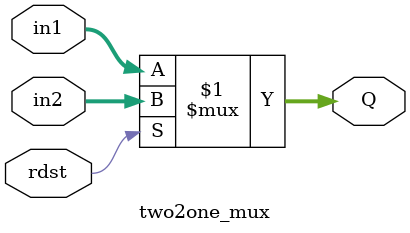
<source format=v>
module two2one_mux(Q, in1, in2, rdst);
	input [4:0] in1, in2;
	input rdst;
	output [4:0] Q;
	
	assign Q = rdst ? in2 : in1;

//	always begin
//	//1 goes immed
//		if (rdst == 1'b1) begin
//			Q <= in2;
//		end
//		else begin
//			Q <= in1;
//		end
//	end
endmodule
</source>
